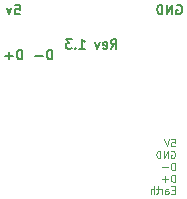
<source format=gbr>
%TF.GenerationSoftware,KiCad,Pcbnew,(6.0.10)*%
%TF.CreationDate,2023-01-23T13:10:32-05:00*%
%TF.ProjectId,nfdb_mkii,6e666462-5f6d-46b6-9969-2e6b69636164,rev?*%
%TF.SameCoordinates,Original*%
%TF.FileFunction,Legend,Bot*%
%TF.FilePolarity,Positive*%
%FSLAX46Y46*%
G04 Gerber Fmt 4.6, Leading zero omitted, Abs format (unit mm)*
G04 Created by KiCad (PCBNEW (6.0.10)) date 2023-01-23 13:10:32*
%MOMM*%
%LPD*%
G01*
G04 APERTURE LIST*
%ADD10C,0.150000*%
%ADD11C,0.120000*%
G04 APERTURE END LIST*
D10*
X142621393Y-30268904D02*
X142888060Y-29887952D01*
X143078536Y-30268904D02*
X143078536Y-29468904D01*
X142773774Y-29468904D01*
X142697584Y-29507000D01*
X142659489Y-29545095D01*
X142621393Y-29621285D01*
X142621393Y-29735571D01*
X142659489Y-29811761D01*
X142697584Y-29849857D01*
X142773774Y-29887952D01*
X143078536Y-29887952D01*
X141973774Y-30230809D02*
X142049965Y-30268904D01*
X142202346Y-30268904D01*
X142278536Y-30230809D01*
X142316631Y-30154619D01*
X142316631Y-29849857D01*
X142278536Y-29773666D01*
X142202346Y-29735571D01*
X142049965Y-29735571D01*
X141973774Y-29773666D01*
X141935679Y-29849857D01*
X141935679Y-29926047D01*
X142316631Y-30002238D01*
X141669012Y-29735571D02*
X141478536Y-30268904D01*
X141288060Y-29735571D01*
X139954727Y-30268904D02*
X140411870Y-30268904D01*
X140183298Y-30268904D02*
X140183298Y-29468904D01*
X140259489Y-29583190D01*
X140335679Y-29659380D01*
X140411870Y-29697476D01*
X139611870Y-30192714D02*
X139573774Y-30230809D01*
X139611870Y-30268904D01*
X139649965Y-30230809D01*
X139611870Y-30192714D01*
X139611870Y-30268904D01*
X139307108Y-29468904D02*
X138811870Y-29468904D01*
X139078536Y-29773666D01*
X138964251Y-29773666D01*
X138888060Y-29811761D01*
X138849965Y-29849857D01*
X138811870Y-29926047D01*
X138811870Y-30116523D01*
X138849965Y-30192714D01*
X138888060Y-30230809D01*
X138964251Y-30268904D01*
X139192822Y-30268904D01*
X139269012Y-30230809D01*
X139307108Y-30192714D01*
D11*
X148035142Y-42219142D02*
X147835142Y-42219142D01*
X147749428Y-42533428D02*
X148035142Y-42533428D01*
X148035142Y-41933428D01*
X147749428Y-41933428D01*
X147235142Y-42533428D02*
X147235142Y-42219142D01*
X147263714Y-42162000D01*
X147320857Y-42133428D01*
X147435142Y-42133428D01*
X147492285Y-42162000D01*
X147235142Y-42504857D02*
X147292285Y-42533428D01*
X147435142Y-42533428D01*
X147492285Y-42504857D01*
X147520857Y-42447714D01*
X147520857Y-42390571D01*
X147492285Y-42333428D01*
X147435142Y-42304857D01*
X147292285Y-42304857D01*
X147235142Y-42276285D01*
X146949428Y-42533428D02*
X146949428Y-42133428D01*
X146949428Y-42247714D02*
X146920857Y-42190571D01*
X146892285Y-42162000D01*
X146835142Y-42133428D01*
X146778000Y-42133428D01*
X146663714Y-42133428D02*
X146435142Y-42133428D01*
X146578000Y-41933428D02*
X146578000Y-42447714D01*
X146549428Y-42504857D01*
X146492285Y-42533428D01*
X146435142Y-42533428D01*
X146235142Y-42533428D02*
X146235142Y-41933428D01*
X145978000Y-42533428D02*
X145978000Y-42219142D01*
X146006571Y-42162000D01*
X146063714Y-42133428D01*
X146149428Y-42133428D01*
X146206571Y-42162000D01*
X146235142Y-42190571D01*
D10*
X135099011Y-31184904D02*
X135099011Y-30384904D01*
X134908535Y-30384904D01*
X134794250Y-30423000D01*
X134718059Y-30499190D01*
X134679964Y-30575380D01*
X134641869Y-30727761D01*
X134641869Y-30842047D01*
X134679964Y-30994428D01*
X134718059Y-31070619D01*
X134794250Y-31146809D01*
X134908535Y-31184904D01*
X135099011Y-31184904D01*
X134299011Y-30880142D02*
X133689488Y-30880142D01*
X133994250Y-31184904D02*
X133994250Y-30575380D01*
X134508535Y-26574904D02*
X134889488Y-26574904D01*
X134927583Y-26955857D01*
X134889488Y-26917761D01*
X134813297Y-26879666D01*
X134622821Y-26879666D01*
X134546630Y-26917761D01*
X134508535Y-26955857D01*
X134470440Y-27032047D01*
X134470440Y-27222523D01*
X134508535Y-27298714D01*
X134546630Y-27336809D01*
X134622821Y-27374904D01*
X134813297Y-27374904D01*
X134889488Y-27336809D01*
X134927583Y-27298714D01*
X134203773Y-26841571D02*
X134013297Y-27374904D01*
X133822821Y-26841571D01*
X148211773Y-26613000D02*
X148287964Y-26574904D01*
X148402250Y-26574904D01*
X148516535Y-26613000D01*
X148592726Y-26689190D01*
X148630821Y-26765380D01*
X148668916Y-26917761D01*
X148668916Y-27032047D01*
X148630821Y-27184428D01*
X148592726Y-27260619D01*
X148516535Y-27336809D01*
X148402250Y-27374904D01*
X148326059Y-27374904D01*
X148211773Y-27336809D01*
X148173678Y-27298714D01*
X148173678Y-27032047D01*
X148326059Y-27032047D01*
X147830821Y-27374904D02*
X147830821Y-26574904D01*
X147373678Y-27374904D01*
X147373678Y-26574904D01*
X146992726Y-27374904D02*
X146992726Y-26574904D01*
X146802250Y-26574904D01*
X146687964Y-26613000D01*
X146611773Y-26689190D01*
X146573678Y-26765380D01*
X146535583Y-26917761D01*
X146535583Y-27032047D01*
X146573678Y-27184428D01*
X146611773Y-27260619D01*
X146687964Y-27336809D01*
X146802250Y-27374904D01*
X146992726Y-27374904D01*
D11*
X147749428Y-37933428D02*
X148035142Y-37933428D01*
X148063714Y-38219142D01*
X148035142Y-38190571D01*
X147978000Y-38162000D01*
X147835142Y-38162000D01*
X147778000Y-38190571D01*
X147749428Y-38219142D01*
X147720857Y-38276285D01*
X147720857Y-38419142D01*
X147749428Y-38476285D01*
X147778000Y-38504857D01*
X147835142Y-38533428D01*
X147978000Y-38533428D01*
X148035142Y-38504857D01*
X148063714Y-38476285D01*
X147549428Y-37933428D02*
X147349428Y-38533428D01*
X147149428Y-37933428D01*
D10*
X137639011Y-31184904D02*
X137639011Y-30384904D01*
X137448535Y-30384904D01*
X137334250Y-30423000D01*
X137258059Y-30499190D01*
X137219964Y-30575380D01*
X137181869Y-30727761D01*
X137181869Y-30842047D01*
X137219964Y-30994428D01*
X137258059Y-31070619D01*
X137334250Y-31146809D01*
X137448535Y-31184904D01*
X137639011Y-31184904D01*
X136839011Y-30880142D02*
X136229488Y-30880142D01*
D11*
X148035142Y-40533428D02*
X148035142Y-39933428D01*
X147892285Y-39933428D01*
X147806571Y-39962000D01*
X147749428Y-40019142D01*
X147720857Y-40076285D01*
X147692285Y-40190571D01*
X147692285Y-40276285D01*
X147720857Y-40390571D01*
X147749428Y-40447714D01*
X147806571Y-40504857D01*
X147892285Y-40533428D01*
X148035142Y-40533428D01*
X147435142Y-40304857D02*
X146978000Y-40304857D01*
X147720857Y-38962000D02*
X147778000Y-38933428D01*
X147863714Y-38933428D01*
X147949428Y-38962000D01*
X148006571Y-39019142D01*
X148035142Y-39076285D01*
X148063714Y-39190571D01*
X148063714Y-39276285D01*
X148035142Y-39390571D01*
X148006571Y-39447714D01*
X147949428Y-39504857D01*
X147863714Y-39533428D01*
X147806571Y-39533428D01*
X147720857Y-39504857D01*
X147692285Y-39476285D01*
X147692285Y-39276285D01*
X147806571Y-39276285D01*
X147435142Y-39533428D02*
X147435142Y-38933428D01*
X147092285Y-39533428D01*
X147092285Y-38933428D01*
X146806571Y-39533428D02*
X146806571Y-38933428D01*
X146663714Y-38933428D01*
X146578000Y-38962000D01*
X146520857Y-39019142D01*
X146492285Y-39076285D01*
X146463714Y-39190571D01*
X146463714Y-39276285D01*
X146492285Y-39390571D01*
X146520857Y-39447714D01*
X146578000Y-39504857D01*
X146663714Y-39533428D01*
X146806571Y-39533428D01*
X148035142Y-41533428D02*
X148035142Y-40933428D01*
X147892285Y-40933428D01*
X147806571Y-40962000D01*
X147749428Y-41019142D01*
X147720857Y-41076285D01*
X147692285Y-41190571D01*
X147692285Y-41276285D01*
X147720857Y-41390571D01*
X147749428Y-41447714D01*
X147806571Y-41504857D01*
X147892285Y-41533428D01*
X148035142Y-41533428D01*
X147435142Y-41304857D02*
X146978000Y-41304857D01*
X147206571Y-41533428D02*
X147206571Y-41076285D01*
M02*

</source>
